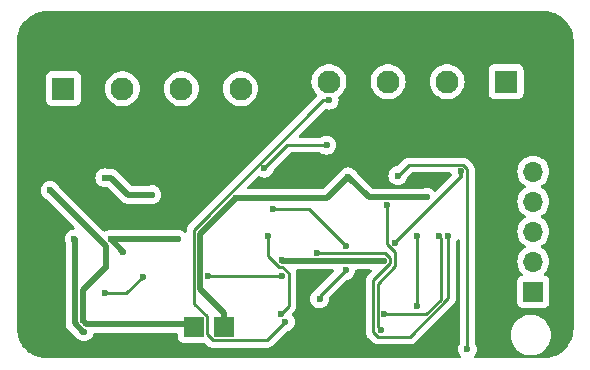
<source format=gbr>
%TF.GenerationSoftware,KiCad,Pcbnew,8.0.3*%
%TF.CreationDate,2024-08-07T15:39:48+03:00*%
%TF.ProjectId,Thermometer Schematic,54686572-6d6f-46d6-9574-657220536368,rev?*%
%TF.SameCoordinates,Original*%
%TF.FileFunction,Copper,L2,Bot*%
%TF.FilePolarity,Positive*%
%FSLAX46Y46*%
G04 Gerber Fmt 4.6, Leading zero omitted, Abs format (unit mm)*
G04 Created by KiCad (PCBNEW 8.0.3) date 2024-08-07 15:39:48*
%MOMM*%
%LPD*%
G01*
G04 APERTURE LIST*
%TA.AperFunction,ComponentPad*%
%ADD10R,1.700000X1.700000*%
%TD*%
%TA.AperFunction,ComponentPad*%
%ADD11R,1.950000X1.950000*%
%TD*%
%TA.AperFunction,ComponentPad*%
%ADD12C,1.950000*%
%TD*%
%TA.AperFunction,ComponentPad*%
%ADD13O,1.700000X1.700000*%
%TD*%
%TA.AperFunction,ViaPad*%
%ADD14C,0.600000*%
%TD*%
%TA.AperFunction,Conductor*%
%ADD15C,0.500000*%
%TD*%
%TA.AperFunction,Conductor*%
%ADD16C,0.250000*%
%TD*%
%TA.AperFunction,Conductor*%
%ADD17C,0.300000*%
%TD*%
G04 APERTURE END LIST*
D10*
%TO.P,J5,1,Pin_1*%
%TO.N,Vin*%
X93980000Y-103718000D03*
%TD*%
D11*
%TO.P,J4,1,1*%
%TO.N,/REF*%
X120421400Y-82931000D03*
D12*
%TO.P,J4,2,2*%
%TO.N,/RL3_SNR2*%
X115421400Y-82931000D03*
%TO.P,J4,3,3*%
%TO.N,/RL2_SNR2*%
X110421400Y-82931000D03*
%TO.P,J4,4,4*%
%TO.N,/RL1_SNR2*%
X105421400Y-82931000D03*
%TD*%
D11*
%TO.P,J3,1,1*%
%TO.N,/REF*%
X82934800Y-83515200D03*
D12*
%TO.P,J3,2,2*%
%TO.N,/RL3_SNR1*%
X87934800Y-83515200D03*
%TO.P,J3,3,3*%
%TO.N,/RL2_SNR1*%
X92934800Y-83515200D03*
%TO.P,J3,4,4*%
%TO.N,/RL1_SNR1*%
X97934800Y-83515200D03*
%TD*%
D10*
%TO.P,J6,1,Pin_1*%
%TO.N,GNDA*%
X96520000Y-103718000D03*
%TD*%
%TO.P,J2,1,Pin_1*%
%TO.N,Net-(J2-Pin_1)*%
X122720000Y-100710000D03*
D13*
%TO.P,J2,2,Pin_2*%
%TO.N,Net-(J2-Pin_2)*%
X122720000Y-98170000D03*
%TO.P,J2,3,Pin_3*%
%TO.N,Net-(J2-Pin_3)*%
X122720000Y-95630000D03*
%TO.P,J2,4,Pin_4*%
%TO.N,Net-(J2-Pin_4)*%
X122720000Y-93090000D03*
%TO.P,J2,5,Pin_5*%
%TO.N,Net-(J2-Pin_5)*%
X122720000Y-90550000D03*
%TD*%
D14*
%TO.N,GND*%
X80480000Y-97140000D03*
X80480000Y-101780000D03*
%TO.N,Vin*%
X84570000Y-103150000D03*
X86550000Y-98590000D03*
X81820000Y-92140000D03*
%TO.N,ADC AVDD*%
X86450000Y-91070000D03*
X110060000Y-98080000D03*
X90420000Y-92500000D03*
X101450000Y-98060000D03*
%TO.N,ADC IOVDD*%
X84690000Y-104090000D03*
X88000000Y-97310000D03*
X92610000Y-96260000D03*
X86950000Y-96260000D03*
X83860000Y-96250000D03*
%TO.N,/AIN2*%
X101320000Y-102630000D03*
X100289400Y-95980000D03*
%TO.N,Net-(U1-REGCAPD)*%
X101440000Y-99380000D03*
X95140000Y-99380000D03*
%TO.N,/AIN4*%
X112840000Y-96000000D03*
X112840000Y-101930000D03*
%TO.N,/AIN5*%
X114730000Y-96020000D03*
X110090000Y-102630000D03*
%TO.N,/REFIN1+*%
X117134400Y-105590000D03*
X111254100Y-90894300D03*
%TO.N,/REFIN1-*%
X110315100Y-93403300D03*
X109839100Y-103983900D03*
%TO.N,/RL1_SNR1*%
X106840000Y-98900000D03*
X104630000Y-101310000D03*
X106830000Y-96850000D03*
X100680000Y-93690000D03*
%TO.N,/RL1_SNR2*%
X101738200Y-103280000D03*
X105430000Y-84500000D03*
%TO.N,Net-(U2-ADJ)*%
X86420000Y-100850000D03*
X89670000Y-99450000D03*
%TO.N,/DOUT{slash}RDY*%
X116562200Y-90535100D03*
X111009300Y-96588400D03*
%TO.N,/DIN*%
X105220000Y-88300000D03*
X99954332Y-90244332D03*
%TO.N,/SCLK*%
X115540300Y-95979900D03*
X104431200Y-97397200D03*
%TO.N,GNDA*%
X97528200Y-92770000D03*
X113707000Y-92731400D03*
X107050000Y-90998400D03*
%TD*%
D15*
%TO.N,GND*%
X80480000Y-97140000D02*
X80480000Y-101780000D01*
%TO.N,Vin*%
X84570000Y-103150000D02*
X84570000Y-100570000D01*
X84570000Y-100570000D02*
X86550000Y-98590000D01*
X86550000Y-96870000D02*
X86550000Y-98590000D01*
X84570000Y-103150000D02*
X84560000Y-103160000D01*
X93702000Y-103440000D02*
X84860000Y-103440000D01*
X93980000Y-103718000D02*
X93702000Y-103440000D01*
X84860000Y-103440000D02*
X84570000Y-103150000D01*
X81820000Y-92140000D02*
X86550000Y-96870000D01*
%TO.N,ADC AVDD*%
X90420000Y-92500000D02*
X88420000Y-92500000D01*
X101450000Y-98060000D02*
X101430000Y-98080000D01*
X86990000Y-91070000D02*
X86450000Y-91070000D01*
X101470000Y-98080000D02*
X101450000Y-98060000D01*
X88420000Y-92500000D02*
X86990000Y-91070000D01*
X110060000Y-98080000D02*
X101470000Y-98080000D01*
%TO.N,ADC IOVDD*%
X92610000Y-96260000D02*
X86950000Y-96260000D01*
X83890000Y-96280000D02*
X83890000Y-103389000D01*
X83890000Y-103389000D02*
X84590800Y-104090000D01*
X88000000Y-97310000D02*
X86950000Y-96260000D01*
X83860000Y-96250000D02*
X83890000Y-96280000D01*
X84590800Y-104090000D02*
X84690000Y-104090000D01*
D16*
%TO.N,/AIN2*%
X101485400Y-98587900D02*
X102000600Y-99103100D01*
X100289400Y-97651400D02*
X101225900Y-98587900D01*
X100289400Y-95980000D02*
X100289400Y-97651400D01*
X102000600Y-101949400D02*
X101320000Y-102630000D01*
X101225900Y-98587900D02*
X101485400Y-98587900D01*
X102000600Y-99103100D02*
X102000600Y-101949400D01*
%TO.N,Net-(U1-REGCAPD)*%
X101440000Y-99380000D02*
X95280000Y-99380000D01*
X95280000Y-99380000D02*
X95140000Y-99380000D01*
X95140000Y-99380000D02*
X95280000Y-99380000D01*
%TO.N,/AIN4*%
X112840000Y-101930000D02*
X112840000Y-96000000D01*
%TO.N,/AIN5*%
X114910000Y-96200000D02*
X114730000Y-96020000D01*
X114910000Y-101390000D02*
X114910000Y-96200000D01*
X114730000Y-96020000D02*
X114710000Y-96030000D01*
X110090000Y-102630000D02*
X113670000Y-102630000D01*
X113670000Y-102630000D02*
X114910000Y-101390000D01*
%TO.N,/REFIN1+*%
X117134400Y-105590000D02*
X117134400Y-90342700D01*
X116781900Y-89990200D02*
X112158200Y-89990200D01*
X117134400Y-90342700D02*
X116781900Y-89990200D01*
X112158200Y-89990200D02*
X111254100Y-90894300D01*
%TO.N,/REFIN1-*%
X110315100Y-96639400D02*
X110315100Y-93403300D01*
X109839100Y-103983900D02*
X109563300Y-103708100D01*
X111024500Y-98575900D02*
X111024500Y-97348800D01*
X109563300Y-103708100D02*
X109563300Y-100037100D01*
X109563300Y-100037100D02*
X111024500Y-98575900D01*
X111024500Y-97348800D02*
X110315100Y-96639400D01*
%TO.N,/RL1_SNR1*%
X104630000Y-101110000D02*
X106840000Y-98900000D01*
X104630000Y-101310000D02*
X104630000Y-101110000D01*
X106830000Y-96850000D02*
X106850000Y-96850000D01*
X106850000Y-96850000D02*
X106850000Y-96850000D01*
X103690000Y-93690000D02*
X106830000Y-96830000D01*
X100680000Y-93690000D02*
X103690000Y-93690000D01*
X106830000Y-96830000D02*
X106830000Y-96850000D01*
X104630000Y-101310000D02*
X104660000Y-101270000D01*
%TO.N,/RL1_SNR2*%
X100186200Y-104832000D02*
X101738200Y-103280000D01*
X94000500Y-95455700D02*
X94000500Y-101717900D01*
X104956200Y-84500000D02*
X94000500Y-95455700D01*
X95575300Y-104832000D02*
X100186200Y-104832000D01*
X95056700Y-102774100D02*
X95056700Y-104313400D01*
X95056700Y-104313400D02*
X95575300Y-104832000D01*
X94000500Y-101717900D02*
X95056700Y-102774100D01*
X105430000Y-84500000D02*
X104956200Y-84500000D01*
%TO.N,Net-(U2-ADJ)*%
X88270000Y-100850000D02*
X89670000Y-99450000D01*
X86420000Y-100850000D02*
X88270000Y-100850000D01*
D17*
%TO.N,/DOUT{slash}RDY*%
X116562200Y-91035500D02*
X111009300Y-96588400D01*
X116562200Y-90535100D02*
X116562200Y-91035500D01*
D16*
%TO.N,/DIN*%
X101898664Y-88300000D02*
X105220000Y-88300000D01*
X99954332Y-90244332D02*
X101898664Y-88300000D01*
%TO.N,/SCLK*%
X112286900Y-104511500D02*
X109545000Y-104511500D01*
X115540300Y-95979900D02*
X115540300Y-101258100D01*
X110615100Y-98312700D02*
X110615100Y-97860700D01*
X109166100Y-104132600D02*
X109166100Y-99761700D01*
X110151600Y-97397200D02*
X104431200Y-97397200D01*
X110615100Y-97860700D02*
X110151600Y-97397200D01*
X115540300Y-101258100D02*
X112286900Y-104511500D01*
X109545000Y-104511500D02*
X109166100Y-104132600D01*
X109166100Y-99761700D02*
X110615100Y-98312700D01*
D15*
%TO.N,GNDA*%
X105278000Y-92770000D02*
X107050000Y-90998400D01*
X96520000Y-103718000D02*
X96520000Y-102493000D01*
X113707000Y-92731400D02*
X108783000Y-92731400D01*
X94487900Y-100460900D02*
X94487900Y-95810300D01*
X94487900Y-95810300D02*
X97528200Y-92770000D01*
X97528200Y-92770000D02*
X105278000Y-92770000D01*
X108783000Y-92731400D02*
X107050000Y-90998400D01*
X96520000Y-102493000D02*
X94487900Y-100460900D01*
%TD*%
%TA.AperFunction,Conductor*%
%TO.N,GND*%
G36*
X123633736Y-76965726D02*
G01*
X123923796Y-76983271D01*
X123938659Y-76985076D01*
X124220798Y-77036780D01*
X124235335Y-77040363D01*
X124509172Y-77125695D01*
X124523163Y-77131000D01*
X124784743Y-77248727D01*
X124797989Y-77255680D01*
X125043465Y-77404075D01*
X125055776Y-77412573D01*
X125281573Y-77589473D01*
X125292781Y-77599403D01*
X125495596Y-77802218D01*
X125505526Y-77813426D01*
X125625481Y-77966538D01*
X125682422Y-78039217D01*
X125690928Y-78051540D01*
X125839316Y-78297004D01*
X125846275Y-78310263D01*
X125963997Y-78571831D01*
X125969306Y-78585832D01*
X126054635Y-78859663D01*
X126058219Y-78874201D01*
X126109923Y-79156340D01*
X126111728Y-79171205D01*
X126129274Y-79461263D01*
X126129500Y-79468750D01*
X126129500Y-103841249D01*
X126129274Y-103848736D01*
X126111728Y-104138794D01*
X126109923Y-104153659D01*
X126058219Y-104435798D01*
X126054635Y-104450336D01*
X125969306Y-104724167D01*
X125963997Y-104738168D01*
X125846275Y-104999736D01*
X125839316Y-105012995D01*
X125690928Y-105258459D01*
X125682422Y-105270782D01*
X125505526Y-105496573D01*
X125495596Y-105507781D01*
X125292781Y-105710596D01*
X125281573Y-105720526D01*
X125055782Y-105897422D01*
X125043459Y-105905928D01*
X124797995Y-106054316D01*
X124784736Y-106061275D01*
X124523168Y-106178997D01*
X124509167Y-106184306D01*
X124235336Y-106269635D01*
X124220798Y-106273219D01*
X123938659Y-106324923D01*
X123923794Y-106326728D01*
X123633736Y-106344274D01*
X123626249Y-106344500D01*
X117811340Y-106344500D01*
X117744301Y-106324815D01*
X117698546Y-106272011D01*
X117688602Y-106202853D01*
X117717627Y-106139297D01*
X117723659Y-106132819D01*
X117764216Y-106092262D01*
X117860189Y-105939522D01*
X117919768Y-105769255D01*
X117919769Y-105769249D01*
X117939965Y-105590003D01*
X117939965Y-105589996D01*
X117919769Y-105410750D01*
X117919768Y-105410745D01*
X117911219Y-105386313D01*
X117860189Y-105240478D01*
X117854063Y-105230729D01*
X117778906Y-105111117D01*
X117759900Y-105045145D01*
X117759900Y-104389995D01*
X120804732Y-104389995D01*
X120804732Y-104390004D01*
X120823777Y-104644154D01*
X120876550Y-104875369D01*
X120880492Y-104892637D01*
X120973607Y-105129888D01*
X121101041Y-105350612D01*
X121259950Y-105549877D01*
X121446783Y-105723232D01*
X121657366Y-105866805D01*
X121657371Y-105866807D01*
X121657372Y-105866808D01*
X121657373Y-105866809D01*
X121779328Y-105925538D01*
X121886992Y-105977387D01*
X121886993Y-105977387D01*
X121886996Y-105977389D01*
X122130542Y-106052513D01*
X122382565Y-106090500D01*
X122637435Y-106090500D01*
X122889458Y-106052513D01*
X123133004Y-105977389D01*
X123362634Y-105866805D01*
X123573217Y-105723232D01*
X123760050Y-105549877D01*
X123918959Y-105350612D01*
X124046393Y-105129888D01*
X124139508Y-104892637D01*
X124196222Y-104644157D01*
X124215268Y-104390000D01*
X124210700Y-104329049D01*
X124196222Y-104135845D01*
X124195803Y-104134011D01*
X124139508Y-103887363D01*
X124046393Y-103650112D01*
X123918959Y-103429388D01*
X123760050Y-103230123D01*
X123573217Y-103056768D01*
X123362634Y-102913195D01*
X123362630Y-102913193D01*
X123362627Y-102913191D01*
X123362626Y-102913190D01*
X123133006Y-102802612D01*
X123133008Y-102802612D01*
X122889466Y-102727489D01*
X122889462Y-102727488D01*
X122889458Y-102727487D01*
X122768231Y-102709214D01*
X122637440Y-102689500D01*
X122637435Y-102689500D01*
X122382565Y-102689500D01*
X122382559Y-102689500D01*
X122225609Y-102713157D01*
X122130542Y-102727487D01*
X122130539Y-102727488D01*
X122130533Y-102727489D01*
X121886992Y-102802612D01*
X121657373Y-102913190D01*
X121657372Y-102913191D01*
X121446782Y-103056768D01*
X121259952Y-103230121D01*
X121259950Y-103230123D01*
X121101041Y-103429388D01*
X120973608Y-103650109D01*
X120880492Y-103887362D01*
X120880490Y-103887369D01*
X120823777Y-104135845D01*
X120804732Y-104389995D01*
X117759900Y-104389995D01*
X117759900Y-90549999D01*
X121364341Y-90549999D01*
X121364341Y-90550000D01*
X121384936Y-90785403D01*
X121384938Y-90785413D01*
X121446094Y-91013655D01*
X121446096Y-91013659D01*
X121446097Y-91013663D01*
X121474026Y-91073556D01*
X121545965Y-91227830D01*
X121545967Y-91227834D01*
X121634751Y-91354630D01*
X121680189Y-91419522D01*
X121681501Y-91421395D01*
X121681506Y-91421402D01*
X121848597Y-91588493D01*
X121848603Y-91588498D01*
X122034158Y-91718425D01*
X122077783Y-91773002D01*
X122084977Y-91842500D01*
X122053454Y-91904855D01*
X122034158Y-91921575D01*
X121848597Y-92051505D01*
X121681505Y-92218597D01*
X121545965Y-92412169D01*
X121545964Y-92412171D01*
X121446098Y-92626335D01*
X121446094Y-92626344D01*
X121384938Y-92854586D01*
X121384936Y-92854596D01*
X121364341Y-93089999D01*
X121364341Y-93090000D01*
X121384936Y-93325403D01*
X121384938Y-93325413D01*
X121446094Y-93553655D01*
X121446096Y-93553659D01*
X121446097Y-93553663D01*
X121500746Y-93670858D01*
X121545965Y-93767830D01*
X121545967Y-93767834D01*
X121681501Y-93961395D01*
X121681506Y-93961402D01*
X121848597Y-94128493D01*
X121848603Y-94128498D01*
X122034158Y-94258425D01*
X122077783Y-94313002D01*
X122084977Y-94382500D01*
X122053454Y-94444855D01*
X122034158Y-94461575D01*
X121848597Y-94591505D01*
X121681505Y-94758597D01*
X121545965Y-94952169D01*
X121545964Y-94952171D01*
X121446098Y-95166335D01*
X121446094Y-95166344D01*
X121384938Y-95394586D01*
X121384936Y-95394596D01*
X121364341Y-95629999D01*
X121364341Y-95630000D01*
X121384936Y-95865403D01*
X121384938Y-95865413D01*
X121446094Y-96093655D01*
X121446096Y-96093659D01*
X121446097Y-96093663D01*
X121518998Y-96250000D01*
X121545965Y-96307830D01*
X121545967Y-96307834D01*
X121681501Y-96501395D01*
X121681506Y-96501402D01*
X121848597Y-96668493D01*
X121848603Y-96668498D01*
X122034158Y-96798425D01*
X122077783Y-96853002D01*
X122084977Y-96922500D01*
X122053454Y-96984855D01*
X122034158Y-97001575D01*
X121848597Y-97131505D01*
X121681505Y-97298597D01*
X121545965Y-97492169D01*
X121545964Y-97492171D01*
X121446098Y-97706335D01*
X121446094Y-97706344D01*
X121384938Y-97934586D01*
X121384936Y-97934596D01*
X121364341Y-98169999D01*
X121364341Y-98170000D01*
X121384936Y-98405403D01*
X121384938Y-98405413D01*
X121446094Y-98633655D01*
X121446096Y-98633659D01*
X121446097Y-98633663D01*
X121509838Y-98770356D01*
X121545965Y-98847830D01*
X121545967Y-98847834D01*
X121615921Y-98947738D01*
X121681501Y-99041396D01*
X121681506Y-99041402D01*
X121803430Y-99163326D01*
X121836915Y-99224649D01*
X121831931Y-99294341D01*
X121790059Y-99350274D01*
X121759083Y-99367189D01*
X121627669Y-99416203D01*
X121627664Y-99416206D01*
X121512455Y-99502452D01*
X121512452Y-99502455D01*
X121426206Y-99617664D01*
X121426202Y-99617671D01*
X121375908Y-99752517D01*
X121370855Y-99799522D01*
X121369501Y-99812123D01*
X121369500Y-99812135D01*
X121369500Y-101607870D01*
X121369501Y-101607876D01*
X121375908Y-101667483D01*
X121426202Y-101802328D01*
X121426206Y-101802335D01*
X121512452Y-101917544D01*
X121512455Y-101917547D01*
X121627664Y-102003793D01*
X121627671Y-102003797D01*
X121762517Y-102054091D01*
X121762516Y-102054091D01*
X121769444Y-102054835D01*
X121822127Y-102060500D01*
X123617872Y-102060499D01*
X123677483Y-102054091D01*
X123812331Y-102003796D01*
X123927546Y-101917546D01*
X124013796Y-101802331D01*
X124064091Y-101667483D01*
X124070500Y-101607873D01*
X124070499Y-99812128D01*
X124064091Y-99752517D01*
X124042836Y-99695530D01*
X124013797Y-99617671D01*
X124013793Y-99617664D01*
X123927547Y-99502455D01*
X123927544Y-99502452D01*
X123812335Y-99416206D01*
X123812328Y-99416202D01*
X123680917Y-99367189D01*
X123624983Y-99325318D01*
X123600566Y-99259853D01*
X123615418Y-99191580D01*
X123636563Y-99163332D01*
X123758495Y-99041401D01*
X123894035Y-98847830D01*
X123993903Y-98633663D01*
X124055063Y-98405408D01*
X124075659Y-98170000D01*
X124055063Y-97934592D01*
X123993903Y-97706337D01*
X123894035Y-97492171D01*
X123891994Y-97489255D01*
X123758494Y-97298597D01*
X123591402Y-97131506D01*
X123591396Y-97131501D01*
X123405842Y-97001575D01*
X123362217Y-96946998D01*
X123355023Y-96877500D01*
X123386546Y-96815145D01*
X123405842Y-96798425D01*
X123460013Y-96760494D01*
X123591401Y-96668495D01*
X123758495Y-96501401D01*
X123894035Y-96307830D01*
X123993903Y-96093663D01*
X124055063Y-95865408D01*
X124075659Y-95630000D01*
X124055063Y-95394592D01*
X124001458Y-95194532D01*
X123993905Y-95166344D01*
X123993904Y-95166343D01*
X123993903Y-95166337D01*
X123894035Y-94952171D01*
X123758495Y-94758599D01*
X123758494Y-94758597D01*
X123591402Y-94591506D01*
X123591396Y-94591501D01*
X123405842Y-94461575D01*
X123362217Y-94406998D01*
X123355023Y-94337500D01*
X123386546Y-94275145D01*
X123405842Y-94258425D01*
X123500332Y-94192262D01*
X123591401Y-94128495D01*
X123758495Y-93961401D01*
X123894035Y-93767830D01*
X123993903Y-93553663D01*
X124055063Y-93325408D01*
X124075659Y-93090000D01*
X124055063Y-92854592D01*
X123993903Y-92626337D01*
X123894035Y-92412171D01*
X123813950Y-92297796D01*
X123758494Y-92218597D01*
X123591402Y-92051506D01*
X123591396Y-92051501D01*
X123405842Y-91921575D01*
X123362217Y-91866998D01*
X123355023Y-91797500D01*
X123386546Y-91735145D01*
X123405842Y-91718425D01*
X123461191Y-91679669D01*
X123591401Y-91588495D01*
X123758495Y-91421401D01*
X123894035Y-91227830D01*
X123993903Y-91013663D01*
X124055063Y-90785408D01*
X124075659Y-90550000D01*
X124055063Y-90314592D01*
X123993903Y-90086337D01*
X123894035Y-89872171D01*
X123883300Y-89856839D01*
X123758494Y-89678597D01*
X123591402Y-89511506D01*
X123591395Y-89511501D01*
X123581172Y-89504343D01*
X123483409Y-89435888D01*
X123397832Y-89375966D01*
X123373672Y-89364700D01*
X123183663Y-89276097D01*
X123183659Y-89276096D01*
X123183655Y-89276094D01*
X122955413Y-89214938D01*
X122955403Y-89214936D01*
X122720001Y-89194341D01*
X122719999Y-89194341D01*
X122484596Y-89214936D01*
X122484586Y-89214938D01*
X122256344Y-89276094D01*
X122256335Y-89276098D01*
X122042170Y-89375965D01*
X121848597Y-89511505D01*
X121681505Y-89678597D01*
X121545965Y-89872169D01*
X121545964Y-89872171D01*
X121446098Y-90086335D01*
X121446094Y-90086344D01*
X121384938Y-90314586D01*
X121384936Y-90314596D01*
X121364341Y-90549999D01*
X117759900Y-90549999D01*
X117759900Y-90281098D01*
X117759900Y-90281094D01*
X117759898Y-90281083D01*
X117759034Y-90276738D01*
X117759032Y-90276732D01*
X117738330Y-90172651D01*
X117738330Y-90172650D01*
X117737713Y-90169550D01*
X117735863Y-90160248D01*
X117688711Y-90046414D01*
X117688710Y-90046413D01*
X117688707Y-90046407D01*
X117620258Y-89943967D01*
X117620255Y-89943963D01*
X117530037Y-89853745D01*
X117530006Y-89853716D01*
X117272098Y-89595808D01*
X117272078Y-89595786D01*
X117180633Y-89504341D01*
X117129409Y-89470115D01*
X117078187Y-89435889D01*
X117078186Y-89435888D01*
X117078183Y-89435886D01*
X117078180Y-89435885D01*
X116997692Y-89402547D01*
X116964354Y-89388738D01*
X116964356Y-89388738D01*
X116964352Y-89388737D01*
X116964349Y-89388736D01*
X116964345Y-89388735D01*
X116900148Y-89375965D01*
X116900141Y-89375965D01*
X116843507Y-89364700D01*
X116843506Y-89364700D01*
X112219806Y-89364700D01*
X112096593Y-89364700D01*
X112096588Y-89364700D01*
X111975755Y-89388735D01*
X111975747Y-89388737D01*
X111861916Y-89435887D01*
X111759465Y-89504342D01*
X111759462Y-89504345D01*
X111195721Y-90068087D01*
X111134398Y-90101572D01*
X111121925Y-90103626D01*
X111074850Y-90108930D01*
X110904578Y-90168510D01*
X110751837Y-90264484D01*
X110624284Y-90392037D01*
X110528311Y-90544776D01*
X110468731Y-90715045D01*
X110468730Y-90715050D01*
X110448535Y-90894296D01*
X110448535Y-90894303D01*
X110468730Y-91073549D01*
X110468731Y-91073554D01*
X110528311Y-91243823D01*
X110624284Y-91396562D01*
X110751838Y-91524116D01*
X110904578Y-91620089D01*
X111074845Y-91679668D01*
X111074850Y-91679669D01*
X111254096Y-91699865D01*
X111254100Y-91699865D01*
X111254104Y-91699865D01*
X111433349Y-91679669D01*
X111433352Y-91679668D01*
X111433355Y-91679668D01*
X111603622Y-91620089D01*
X111756362Y-91524116D01*
X111883916Y-91396562D01*
X111979889Y-91243822D01*
X112039468Y-91073555D01*
X112044772Y-91026473D01*
X112071837Y-90962063D01*
X112080290Y-90952698D01*
X112380973Y-90652017D01*
X112442296Y-90618534D01*
X112468653Y-90615700D01*
X115655427Y-90615700D01*
X115722466Y-90635385D01*
X115768221Y-90688189D01*
X115776317Y-90712103D01*
X115776830Y-90714354D01*
X115799458Y-90779021D01*
X115803019Y-90848800D01*
X115770097Y-90907655D01*
X114480396Y-92197356D01*
X114419073Y-92230841D01*
X114349381Y-92225857D01*
X114305034Y-92197356D01*
X114209262Y-92101584D01*
X114056523Y-92005611D01*
X113886254Y-91946031D01*
X113886249Y-91946030D01*
X113707004Y-91925835D01*
X113706996Y-91925835D01*
X113527750Y-91946030D01*
X113527745Y-91946031D01*
X113447983Y-91973942D01*
X113407028Y-91980900D01*
X109145229Y-91980900D01*
X109078190Y-91961215D01*
X109057548Y-91944581D01*
X108447402Y-91334435D01*
X107803305Y-90690337D01*
X107780656Y-90654264D01*
X107778812Y-90655153D01*
X107775792Y-90648883D01*
X107767311Y-90635385D01*
X107679816Y-90496138D01*
X107552262Y-90368584D01*
X107496253Y-90333391D01*
X107399523Y-90272611D01*
X107229254Y-90213031D01*
X107229249Y-90213030D01*
X107050004Y-90192835D01*
X107049996Y-90192835D01*
X106870750Y-90213030D01*
X106870745Y-90213031D01*
X106700476Y-90272611D01*
X106547737Y-90368584D01*
X106420184Y-90496137D01*
X106324212Y-90648875D01*
X106321191Y-90655150D01*
X106319344Y-90654260D01*
X106296711Y-90690269D01*
X105003498Y-91983191D01*
X104942171Y-92016669D01*
X104915827Y-92019500D01*
X98620652Y-92019500D01*
X98553613Y-91999815D01*
X98507858Y-91947011D01*
X98497914Y-91877853D01*
X98526939Y-91814297D01*
X98532971Y-91807819D01*
X98944228Y-91396562D01*
X99391097Y-90949692D01*
X99452418Y-90916209D01*
X99522109Y-90921193D01*
X99544749Y-90932382D01*
X99604807Y-90970120D01*
X99775077Y-91029700D01*
X99775082Y-91029701D01*
X99954328Y-91049897D01*
X99954332Y-91049897D01*
X99954336Y-91049897D01*
X100133581Y-91029701D01*
X100133584Y-91029700D01*
X100133587Y-91029700D01*
X100303854Y-90970121D01*
X100456594Y-90874148D01*
X100584148Y-90746594D01*
X100680121Y-90593854D01*
X100739700Y-90423587D01*
X100745004Y-90376505D01*
X100772069Y-90312095D01*
X100780533Y-90302719D01*
X102121436Y-88961819D01*
X102182759Y-88928334D01*
X102209117Y-88925500D01*
X104675145Y-88925500D01*
X104741116Y-88944505D01*
X104870478Y-89025789D01*
X105040745Y-89085368D01*
X105040750Y-89085369D01*
X105219996Y-89105565D01*
X105220000Y-89105565D01*
X105220004Y-89105565D01*
X105399249Y-89085369D01*
X105399252Y-89085368D01*
X105399255Y-89085368D01*
X105569522Y-89025789D01*
X105722262Y-88929816D01*
X105849816Y-88802262D01*
X105945789Y-88649522D01*
X106005368Y-88479255D01*
X106025565Y-88300000D01*
X106005368Y-88120745D01*
X105945789Y-87950478D01*
X105849816Y-87797738D01*
X105722262Y-87670184D01*
X105698883Y-87655494D01*
X105569523Y-87574211D01*
X105399254Y-87514631D01*
X105399249Y-87514630D01*
X105220004Y-87494435D01*
X105219996Y-87494435D01*
X105040750Y-87514630D01*
X105040745Y-87514631D01*
X104870476Y-87574211D01*
X104741117Y-87655494D01*
X104675145Y-87674500D01*
X102965653Y-87674500D01*
X102898614Y-87654815D01*
X102852859Y-87602011D01*
X102842915Y-87532853D01*
X102871940Y-87469297D01*
X102877972Y-87462819D01*
X103047923Y-87292867D01*
X105050959Y-85289830D01*
X105112280Y-85256347D01*
X105179592Y-85260471D01*
X105250742Y-85285367D01*
X105250745Y-85285368D01*
X105250746Y-85285368D01*
X105250750Y-85285369D01*
X105429996Y-85305565D01*
X105430000Y-85305565D01*
X105430004Y-85305565D01*
X105609249Y-85285369D01*
X105609252Y-85285368D01*
X105609255Y-85285368D01*
X105779522Y-85225789D01*
X105932262Y-85129816D01*
X106059816Y-85002262D01*
X106155789Y-84849522D01*
X106215368Y-84679255D01*
X106215369Y-84679249D01*
X106235565Y-84500003D01*
X106235565Y-84499996D01*
X106215369Y-84320750D01*
X106215366Y-84320737D01*
X106206852Y-84296405D01*
X106203290Y-84226626D01*
X106238018Y-84165999D01*
X106247731Y-84157597D01*
X106278164Y-84133910D01*
X106424154Y-84020281D01*
X106589768Y-83840377D01*
X106723511Y-83635667D01*
X106821736Y-83411736D01*
X106881764Y-83174692D01*
X106901957Y-82931000D01*
X106901957Y-82930994D01*
X108940843Y-82930994D01*
X108940843Y-82931005D01*
X108961034Y-83174683D01*
X108961036Y-83174695D01*
X109021063Y-83411734D01*
X109119288Y-83635666D01*
X109253032Y-83840378D01*
X109418642Y-84020277D01*
X109418652Y-84020286D01*
X109611608Y-84170470D01*
X109611612Y-84170473D01*
X109783597Y-84263547D01*
X109826667Y-84286855D01*
X109826670Y-84286856D01*
X110057941Y-84366251D01*
X110057943Y-84366251D01*
X110057945Y-84366252D01*
X110299137Y-84406500D01*
X110299138Y-84406500D01*
X110543662Y-84406500D01*
X110543663Y-84406500D01*
X110784855Y-84366252D01*
X111016133Y-84286855D01*
X111231188Y-84170473D01*
X111424154Y-84020281D01*
X111589768Y-83840377D01*
X111723511Y-83635667D01*
X111821736Y-83411736D01*
X111881764Y-83174692D01*
X111901957Y-82931000D01*
X111901957Y-82930994D01*
X113940843Y-82930994D01*
X113940843Y-82931005D01*
X113961034Y-83174683D01*
X113961036Y-83174695D01*
X114021063Y-83411734D01*
X114119288Y-83635666D01*
X114253032Y-83840378D01*
X114418642Y-84020277D01*
X114418652Y-84020286D01*
X114611608Y-84170470D01*
X114611612Y-84170473D01*
X114783597Y-84263547D01*
X114826667Y-84286855D01*
X114826670Y-84286856D01*
X115057941Y-84366251D01*
X115057943Y-84366251D01*
X115057945Y-84366252D01*
X115299137Y-84406500D01*
X115299138Y-84406500D01*
X115543662Y-84406500D01*
X115543663Y-84406500D01*
X115784855Y-84366252D01*
X116016133Y-84286855D01*
X116231188Y-84170473D01*
X116424154Y-84020281D01*
X116589768Y-83840377D01*
X116723511Y-83635667D01*
X116821736Y-83411736D01*
X116881764Y-83174692D01*
X116901957Y-82931000D01*
X116881764Y-82687308D01*
X116821736Y-82450264D01*
X116723511Y-82226333D01*
X116679746Y-82159345D01*
X116589767Y-82021621D01*
X116485295Y-81908135D01*
X118945900Y-81908135D01*
X118945900Y-83953870D01*
X118945901Y-83953876D01*
X118952308Y-84013483D01*
X119002602Y-84148328D01*
X119002606Y-84148335D01*
X119088852Y-84263544D01*
X119088855Y-84263547D01*
X119204064Y-84349793D01*
X119204071Y-84349797D01*
X119338917Y-84400091D01*
X119338916Y-84400091D01*
X119345844Y-84400835D01*
X119398527Y-84406500D01*
X121444272Y-84406499D01*
X121503883Y-84400091D01*
X121638731Y-84349796D01*
X121753946Y-84263546D01*
X121840196Y-84148331D01*
X121890491Y-84013483D01*
X121896900Y-83953873D01*
X121896899Y-81908128D01*
X121890491Y-81848517D01*
X121887953Y-81841713D01*
X121840197Y-81713671D01*
X121840193Y-81713664D01*
X121753947Y-81598455D01*
X121753944Y-81598452D01*
X121638735Y-81512206D01*
X121638728Y-81512202D01*
X121503882Y-81461908D01*
X121503883Y-81461908D01*
X121444283Y-81455501D01*
X121444281Y-81455500D01*
X121444273Y-81455500D01*
X121444264Y-81455500D01*
X119398529Y-81455500D01*
X119398523Y-81455501D01*
X119338916Y-81461908D01*
X119204071Y-81512202D01*
X119204064Y-81512206D01*
X119088855Y-81598452D01*
X119088852Y-81598455D01*
X119002606Y-81713664D01*
X119002602Y-81713671D01*
X118952308Y-81848517D01*
X118945901Y-81908116D01*
X118945901Y-81908123D01*
X118945900Y-81908135D01*
X116485295Y-81908135D01*
X116424157Y-81841722D01*
X116424147Y-81841713D01*
X116231191Y-81691529D01*
X116231187Y-81691526D01*
X116016134Y-81575145D01*
X116016129Y-81575143D01*
X115784858Y-81495748D01*
X115582064Y-81461908D01*
X115543663Y-81455500D01*
X115299137Y-81455500D01*
X115260736Y-81461908D01*
X115057941Y-81495748D01*
X114826670Y-81575143D01*
X114826665Y-81575145D01*
X114611612Y-81691526D01*
X114611608Y-81691529D01*
X114418652Y-81841713D01*
X114418642Y-81841722D01*
X114253032Y-82021621D01*
X114119288Y-82226333D01*
X114021063Y-82450265D01*
X113961036Y-82687304D01*
X113961034Y-82687316D01*
X113940843Y-82930994D01*
X111901957Y-82930994D01*
X111881764Y-82687308D01*
X111821736Y-82450264D01*
X111723511Y-82226333D01*
X111679746Y-82159345D01*
X111589767Y-82021621D01*
X111424157Y-81841722D01*
X111424147Y-81841713D01*
X111231191Y-81691529D01*
X111231187Y-81691526D01*
X111016134Y-81575145D01*
X111016129Y-81575143D01*
X110784858Y-81495748D01*
X110582064Y-81461908D01*
X110543663Y-81455500D01*
X110299137Y-81455500D01*
X110260736Y-81461908D01*
X110057941Y-81495748D01*
X109826670Y-81575143D01*
X109826665Y-81575145D01*
X109611612Y-81691526D01*
X109611608Y-81691529D01*
X109418652Y-81841713D01*
X109418642Y-81841722D01*
X109253032Y-82021621D01*
X109119288Y-82226333D01*
X109021063Y-82450265D01*
X108961036Y-82687304D01*
X108961034Y-82687316D01*
X108940843Y-82930994D01*
X106901957Y-82930994D01*
X106881764Y-82687308D01*
X106821736Y-82450264D01*
X106723511Y-82226333D01*
X106679746Y-82159345D01*
X106589767Y-82021621D01*
X106424157Y-81841722D01*
X106424147Y-81841713D01*
X106231191Y-81691529D01*
X106231187Y-81691526D01*
X106016134Y-81575145D01*
X106016129Y-81575143D01*
X105784858Y-81495748D01*
X105582064Y-81461908D01*
X105543663Y-81455500D01*
X105299137Y-81455500D01*
X105260736Y-81461908D01*
X105057941Y-81495748D01*
X104826670Y-81575143D01*
X104826665Y-81575145D01*
X104611612Y-81691526D01*
X104611608Y-81691529D01*
X104418652Y-81841713D01*
X104418642Y-81841722D01*
X104253032Y-82021621D01*
X104119288Y-82226333D01*
X104021063Y-82450265D01*
X103961036Y-82687304D01*
X103961034Y-82687316D01*
X103940843Y-82930994D01*
X103940843Y-82931005D01*
X103961034Y-83174683D01*
X103961036Y-83174695D01*
X104021063Y-83411734D01*
X104119288Y-83635666D01*
X104253032Y-83840378D01*
X104401661Y-84001830D01*
X104432584Y-84064484D01*
X104424724Y-84133910D01*
X104398113Y-84173494D01*
X93601769Y-94969840D01*
X93514644Y-95056964D01*
X93514638Y-95056972D01*
X93446190Y-95159408D01*
X93446188Y-95159413D01*
X93418049Y-95227348D01*
X93399037Y-95273245D01*
X93399037Y-95273248D01*
X93394867Y-95294211D01*
X93376353Y-95387296D01*
X93376351Y-95387303D01*
X93375001Y-95394086D01*
X93375000Y-95394099D01*
X93375000Y-95593560D01*
X93355315Y-95660599D01*
X93302511Y-95706354D01*
X93233353Y-95716298D01*
X93169797Y-95687273D01*
X93163319Y-95681241D01*
X93112262Y-95630184D01*
X92959523Y-95534211D01*
X92789254Y-95474631D01*
X92789249Y-95474630D01*
X92610004Y-95454435D01*
X92609996Y-95454435D01*
X92430750Y-95474630D01*
X92430745Y-95474631D01*
X92350983Y-95502542D01*
X92310028Y-95509500D01*
X87249972Y-95509500D01*
X87209017Y-95502542D01*
X87129254Y-95474631D01*
X87129249Y-95474630D01*
X86950004Y-95454435D01*
X86949996Y-95454435D01*
X86770750Y-95474630D01*
X86770745Y-95474631D01*
X86600476Y-95534211D01*
X86484679Y-95606972D01*
X86417442Y-95625972D01*
X86350607Y-95605604D01*
X86331026Y-95589659D01*
X82573307Y-91831940D01*
X82550651Y-91795867D01*
X82548811Y-91796754D01*
X82545789Y-91790478D01*
X82488822Y-91699816D01*
X82449816Y-91637738D01*
X82322262Y-91510184D01*
X82169523Y-91414211D01*
X81999254Y-91354631D01*
X81999249Y-91354630D01*
X81820004Y-91334435D01*
X81819996Y-91334435D01*
X81640750Y-91354630D01*
X81640745Y-91354631D01*
X81470476Y-91414211D01*
X81317737Y-91510184D01*
X81190184Y-91637737D01*
X81094211Y-91790476D01*
X81034631Y-91960745D01*
X81034630Y-91960750D01*
X81014435Y-92139996D01*
X81014435Y-92140003D01*
X81034630Y-92319249D01*
X81034631Y-92319254D01*
X81094211Y-92489523D01*
X81180176Y-92626335D01*
X81190184Y-92642262D01*
X81317738Y-92769816D01*
X81470478Y-92865789D01*
X81476754Y-92868811D01*
X81475867Y-92870651D01*
X81511940Y-92893307D01*
X83860432Y-95241799D01*
X83893917Y-95303122D01*
X83888933Y-95372814D01*
X83847061Y-95428747D01*
X83786635Y-95452700D01*
X83680749Y-95464630D01*
X83680745Y-95464631D01*
X83510476Y-95524211D01*
X83357737Y-95620184D01*
X83230184Y-95747737D01*
X83134211Y-95900476D01*
X83074631Y-96070745D01*
X83074630Y-96070750D01*
X83054435Y-96249996D01*
X83054435Y-96250003D01*
X83074630Y-96429249D01*
X83074633Y-96429262D01*
X83132541Y-96594749D01*
X83139500Y-96635704D01*
X83139500Y-103392430D01*
X83139489Y-103462815D01*
X83139500Y-103462922D01*
X83153878Y-103535200D01*
X83153880Y-103535220D01*
X83153882Y-103535220D01*
X83168308Y-103607802D01*
X83168342Y-103607914D01*
X83195331Y-103673070D01*
X83195334Y-103673088D01*
X83195338Y-103673087D01*
X83224870Y-103744412D01*
X83224909Y-103744484D01*
X83224915Y-103744493D01*
X83224916Y-103744495D01*
X83264233Y-103803337D01*
X83264238Y-103803353D01*
X83264242Y-103803351D01*
X83306986Y-103867342D01*
X83307036Y-103867403D01*
X83356200Y-103916567D01*
X83356209Y-103916583D01*
X83356213Y-103916580D01*
X84003463Y-104564014D01*
X84003622Y-104564190D01*
X84031695Y-104592262D01*
X84057891Y-104618458D01*
X84112301Y-104672883D01*
X84112304Y-104672885D01*
X84112390Y-104672956D01*
X84175410Y-104715063D01*
X84175422Y-104715077D01*
X84175425Y-104715074D01*
X84199755Y-104731335D01*
X84235211Y-104755033D01*
X84235212Y-104755033D01*
X84235213Y-104755034D01*
X84235299Y-104755080D01*
X84235305Y-104755084D01*
X84235311Y-104755086D01*
X84235312Y-104755087D01*
X84250763Y-104761487D01*
X84269286Y-104771056D01*
X84340475Y-104815788D01*
X84510745Y-104875368D01*
X84510750Y-104875369D01*
X84689996Y-104895565D01*
X84690000Y-104895565D01*
X84690004Y-104895565D01*
X84869249Y-104875369D01*
X84869252Y-104875368D01*
X84869255Y-104875368D01*
X85039522Y-104815789D01*
X85192262Y-104719816D01*
X85319816Y-104592262D01*
X85415789Y-104439522D01*
X85473867Y-104273545D01*
X85514589Y-104216769D01*
X85579542Y-104191022D01*
X85590909Y-104190500D01*
X92505501Y-104190500D01*
X92572540Y-104210185D01*
X92618295Y-104262989D01*
X92629501Y-104314500D01*
X92629501Y-104615876D01*
X92635908Y-104675483D01*
X92686202Y-104810328D01*
X92686206Y-104810335D01*
X92772452Y-104925544D01*
X92772455Y-104925547D01*
X92887664Y-105011793D01*
X92887671Y-105011797D01*
X93022517Y-105062091D01*
X93022516Y-105062091D01*
X93029444Y-105062835D01*
X93082127Y-105068500D01*
X94875847Y-105068499D01*
X94942886Y-105088184D01*
X94963528Y-105104818D01*
X95086316Y-105227606D01*
X95086345Y-105227637D01*
X95176564Y-105317856D01*
X95176567Y-105317858D01*
X95214886Y-105343462D01*
X95279014Y-105386312D01*
X95338002Y-105410745D01*
X95392848Y-105433463D01*
X95453271Y-105445481D01*
X95513693Y-105457500D01*
X100247807Y-105457500D01*
X100308229Y-105445481D01*
X100368652Y-105433463D01*
X100423498Y-105410745D01*
X100482486Y-105386312D01*
X100546614Y-105343462D01*
X100584933Y-105317858D01*
X100672058Y-105230733D01*
X100672058Y-105230731D01*
X100682266Y-105220524D01*
X100682267Y-105220521D01*
X101796580Y-104106209D01*
X101857901Y-104072726D01*
X101870358Y-104070674D01*
X101917455Y-104065368D01*
X102087722Y-104005789D01*
X102240462Y-103909816D01*
X102368016Y-103782262D01*
X102463989Y-103629522D01*
X102523568Y-103459255D01*
X102530566Y-103397147D01*
X102543765Y-103280003D01*
X102543765Y-103279996D01*
X102523569Y-103100750D01*
X102523568Y-103100745D01*
X102508180Y-103056768D01*
X102463989Y-102930478D01*
X102453129Y-102913195D01*
X102387819Y-102809254D01*
X102368016Y-102777738D01*
X102300114Y-102709836D01*
X102266629Y-102648513D01*
X102271613Y-102578821D01*
X102300112Y-102534476D01*
X102399329Y-102435260D01*
X102399333Y-102435258D01*
X102486458Y-102348133D01*
X102554911Y-102245686D01*
X102554912Y-102245685D01*
X102585169Y-102172637D01*
X102602063Y-102131852D01*
X102611891Y-102082439D01*
X102625207Y-102015499D01*
X102625209Y-102015499D01*
X102625209Y-102015484D01*
X102626100Y-102011007D01*
X102626100Y-101887793D01*
X102626100Y-99041494D01*
X102613608Y-98978690D01*
X102619835Y-98909100D01*
X102662698Y-98853923D01*
X102728588Y-98830678D01*
X102735225Y-98830500D01*
X105725548Y-98830500D01*
X105792587Y-98850185D01*
X105838342Y-98902989D01*
X105848286Y-98972147D01*
X105819261Y-99035703D01*
X105813229Y-99042181D01*
X104265390Y-100590018D01*
X104243682Y-100607330D01*
X104127741Y-100680181D01*
X104127739Y-100680182D01*
X104000184Y-100807737D01*
X103904211Y-100960476D01*
X103844631Y-101130745D01*
X103844630Y-101130750D01*
X103824435Y-101309996D01*
X103824435Y-101310003D01*
X103844630Y-101489249D01*
X103844631Y-101489254D01*
X103904211Y-101659523D01*
X103947551Y-101728497D01*
X104000184Y-101812262D01*
X104127738Y-101939816D01*
X104157946Y-101958797D01*
X104248186Y-102015499D01*
X104280478Y-102035789D01*
X104351098Y-102060500D01*
X104450745Y-102095368D01*
X104450750Y-102095369D01*
X104629996Y-102115565D01*
X104630000Y-102115565D01*
X104630004Y-102115565D01*
X104809249Y-102095369D01*
X104809252Y-102095368D01*
X104809255Y-102095368D01*
X104979522Y-102035789D01*
X105132262Y-101939816D01*
X105259816Y-101812262D01*
X105355789Y-101659522D01*
X105415368Y-101489255D01*
X105419627Y-101451462D01*
X105435565Y-101310002D01*
X105435565Y-101309999D01*
X105430000Y-101260615D01*
X105442054Y-101191793D01*
X105465536Y-101159052D01*
X106898379Y-99726209D01*
X106959700Y-99692726D01*
X106972156Y-99690674D01*
X107019255Y-99685368D01*
X107189522Y-99625789D01*
X107342262Y-99529816D01*
X107469816Y-99402262D01*
X107565789Y-99249522D01*
X107625368Y-99079255D01*
X107625369Y-99079249D01*
X107640989Y-98940617D01*
X107668055Y-98876203D01*
X107725650Y-98836648D01*
X107764209Y-98830500D01*
X108913348Y-98830500D01*
X108980387Y-98850185D01*
X109026142Y-98902989D01*
X109036086Y-98972147D01*
X109007061Y-99035703D01*
X109001035Y-99042174D01*
X108767369Y-99275840D01*
X108767367Y-99275842D01*
X108727420Y-99315789D01*
X108680240Y-99362968D01*
X108667365Y-99382239D01*
X108663253Y-99388393D01*
X108644671Y-99416203D01*
X108611784Y-99465420D01*
X108582211Y-99536817D01*
X108582212Y-99536818D01*
X108572920Y-99559252D01*
X108564638Y-99579247D01*
X108564637Y-99579248D01*
X108545337Y-99676283D01*
X108545336Y-99676287D01*
X108540600Y-99700093D01*
X108540600Y-104194207D01*
X108547825Y-104230536D01*
X108564635Y-104315045D01*
X108564636Y-104315049D01*
X108564637Y-104315052D01*
X108570435Y-104329049D01*
X108611788Y-104428886D01*
X108611789Y-104428888D01*
X108611790Y-104428889D01*
X108611790Y-104428890D01*
X108625825Y-104449894D01*
X108625826Y-104449895D01*
X108680240Y-104531331D01*
X108680241Y-104531332D01*
X108680242Y-104531333D01*
X108767367Y-104618458D01*
X108767368Y-104618458D01*
X108774435Y-104625525D01*
X108774434Y-104625525D01*
X108774438Y-104625528D01*
X109146263Y-104997355D01*
X109146267Y-104997358D01*
X109248710Y-105065809D01*
X109248711Y-105065809D01*
X109248715Y-105065812D01*
X109293591Y-105084400D01*
X109362548Y-105112963D01*
X109382597Y-105116951D01*
X109416196Y-105123634D01*
X109483392Y-105137001D01*
X109483394Y-105137001D01*
X109612721Y-105137001D01*
X109612741Y-105137000D01*
X112348507Y-105137000D01*
X112408929Y-105124981D01*
X112469352Y-105112963D01*
X112469355Y-105112961D01*
X112469358Y-105112961D01*
X112502687Y-105099154D01*
X112502686Y-105099154D01*
X112502692Y-105099152D01*
X112583186Y-105065812D01*
X112643209Y-105025705D01*
X112685633Y-104997358D01*
X112772758Y-104910233D01*
X112772758Y-104910231D01*
X112782966Y-104900024D01*
X112782967Y-104900021D01*
X116026157Y-101656834D01*
X116026519Y-101656293D01*
X116027006Y-101655565D01*
X116094607Y-101554392D01*
X116094607Y-101554391D01*
X116094611Y-101554386D01*
X116141763Y-101440552D01*
X116145170Y-101423422D01*
X116150806Y-101395090D01*
X116150806Y-101395088D01*
X116165800Y-101319707D01*
X116165800Y-101196494D01*
X116165800Y-96524754D01*
X116184807Y-96458781D01*
X116198892Y-96436366D01*
X116266089Y-96329422D01*
X116267858Y-96324368D01*
X116308579Y-96267591D01*
X116373531Y-96241843D01*
X116442093Y-96255299D01*
X116492497Y-96303685D01*
X116508900Y-96365321D01*
X116508900Y-105045145D01*
X116489894Y-105111117D01*
X116408611Y-105240476D01*
X116349031Y-105410745D01*
X116349030Y-105410750D01*
X116328835Y-105589996D01*
X116328835Y-105590003D01*
X116349030Y-105769249D01*
X116349031Y-105769254D01*
X116408611Y-105939523D01*
X116504584Y-106092262D01*
X116545141Y-106132819D01*
X116578626Y-106194142D01*
X116573642Y-106263834D01*
X116531770Y-106319767D01*
X116466306Y-106344184D01*
X116457460Y-106344500D01*
X81513751Y-106344500D01*
X81506264Y-106344274D01*
X81216205Y-106326728D01*
X81201340Y-106324923D01*
X80919201Y-106273219D01*
X80904663Y-106269635D01*
X80630832Y-106184306D01*
X80616831Y-106178997D01*
X80355263Y-106061275D01*
X80342004Y-106054316D01*
X80096537Y-105905926D01*
X80084217Y-105897422D01*
X80045142Y-105866809D01*
X79858426Y-105720526D01*
X79847218Y-105710596D01*
X79644403Y-105507781D01*
X79634473Y-105496573D01*
X79594441Y-105445476D01*
X79457573Y-105270776D01*
X79449075Y-105258465D01*
X79300680Y-105012989D01*
X79293727Y-104999743D01*
X79176000Y-104738163D01*
X79170693Y-104724167D01*
X79169337Y-104719816D01*
X79085363Y-104450335D01*
X79081780Y-104435798D01*
X79062218Y-104329052D01*
X79030075Y-104153657D01*
X79028271Y-104138794D01*
X79010726Y-103848736D01*
X79010500Y-103841249D01*
X79010500Y-91069996D01*
X85644435Y-91069996D01*
X85644435Y-91070003D01*
X85664630Y-91249249D01*
X85664631Y-91249254D01*
X85724211Y-91419523D01*
X85725392Y-91421402D01*
X85820184Y-91572262D01*
X85947738Y-91699816D01*
X85995481Y-91729815D01*
X86092025Y-91790478D01*
X86100478Y-91795789D01*
X86268519Y-91854589D01*
X86270745Y-91855368D01*
X86270750Y-91855369D01*
X86449996Y-91875565D01*
X86450000Y-91875565D01*
X86450004Y-91875565D01*
X86629240Y-91855370D01*
X86629242Y-91855369D01*
X86629255Y-91855368D01*
X86629266Y-91855363D01*
X86631423Y-91854872D01*
X86632875Y-91854960D01*
X86636176Y-91854589D01*
X86636241Y-91855166D01*
X86701162Y-91859137D01*
X86746712Y-91888079D01*
X87941580Y-93082948D01*
X87941584Y-93082951D01*
X88064498Y-93165080D01*
X88064511Y-93165087D01*
X88201082Y-93221656D01*
X88201087Y-93221658D01*
X88201091Y-93221658D01*
X88201092Y-93221659D01*
X88346079Y-93250500D01*
X88346082Y-93250500D01*
X88493917Y-93250500D01*
X90120028Y-93250500D01*
X90160983Y-93257458D01*
X90240745Y-93285368D01*
X90240750Y-93285369D01*
X90419996Y-93305565D01*
X90420000Y-93305565D01*
X90420004Y-93305565D01*
X90599249Y-93285369D01*
X90599252Y-93285368D01*
X90599255Y-93285368D01*
X90769522Y-93225789D01*
X90922262Y-93129816D01*
X91049816Y-93002262D01*
X91145789Y-92849522D01*
X91205368Y-92679255D01*
X91211330Y-92626344D01*
X91225565Y-92500003D01*
X91225565Y-92499996D01*
X91205369Y-92320750D01*
X91205368Y-92320745D01*
X91197338Y-92297796D01*
X91145789Y-92150478D01*
X91049816Y-91997738D01*
X90922262Y-91870184D01*
X90898684Y-91855369D01*
X90769523Y-91774211D01*
X90599254Y-91714631D01*
X90599249Y-91714630D01*
X90420004Y-91694435D01*
X90419996Y-91694435D01*
X90240750Y-91714630D01*
X90240745Y-91714631D01*
X90160983Y-91742542D01*
X90120028Y-91749500D01*
X88782229Y-91749500D01*
X88715190Y-91729815D01*
X88694548Y-91713181D01*
X87468421Y-90487052D01*
X87468420Y-90487051D01*
X87373438Y-90423587D01*
X87345495Y-90404916D01*
X87345488Y-90404912D01*
X87208917Y-90348343D01*
X87208907Y-90348340D01*
X87063920Y-90319500D01*
X87063918Y-90319500D01*
X86749972Y-90319500D01*
X86709017Y-90312542D01*
X86629254Y-90284631D01*
X86629249Y-90284630D01*
X86450004Y-90264435D01*
X86449996Y-90264435D01*
X86270750Y-90284630D01*
X86270745Y-90284631D01*
X86100476Y-90344211D01*
X85947737Y-90440184D01*
X85820184Y-90567737D01*
X85724211Y-90720476D01*
X85664631Y-90890745D01*
X85664630Y-90890750D01*
X85644435Y-91069996D01*
X79010500Y-91069996D01*
X79010500Y-82492335D01*
X81459300Y-82492335D01*
X81459300Y-84538070D01*
X81459301Y-84538076D01*
X81465708Y-84597683D01*
X81516002Y-84732528D01*
X81516006Y-84732535D01*
X81602252Y-84847744D01*
X81602255Y-84847747D01*
X81717464Y-84933993D01*
X81717471Y-84933997D01*
X81852317Y-84984291D01*
X81852316Y-84984291D01*
X81859244Y-84985035D01*
X81911927Y-84990700D01*
X83957672Y-84990699D01*
X84017283Y-84984291D01*
X84152131Y-84933996D01*
X84267346Y-84847746D01*
X84353596Y-84732531D01*
X84403891Y-84597683D01*
X84410300Y-84538073D01*
X84410299Y-83515194D01*
X86454243Y-83515194D01*
X86454243Y-83515205D01*
X86474434Y-83758883D01*
X86474436Y-83758895D01*
X86534463Y-83995934D01*
X86632688Y-84219866D01*
X86766432Y-84424578D01*
X86932042Y-84604477D01*
X86932052Y-84604486D01*
X87125008Y-84754670D01*
X87125012Y-84754673D01*
X87300277Y-84849522D01*
X87340067Y-84871055D01*
X87340070Y-84871056D01*
X87571341Y-84950451D01*
X87571343Y-84950451D01*
X87571345Y-84950452D01*
X87812537Y-84990700D01*
X87812538Y-84990700D01*
X88057062Y-84990700D01*
X88057063Y-84990700D01*
X88298255Y-84950452D01*
X88529533Y-84871055D01*
X88744588Y-84754673D01*
X88937554Y-84604481D01*
X89103168Y-84424577D01*
X89236911Y-84219867D01*
X89335136Y-83995936D01*
X89395164Y-83758892D01*
X89415357Y-83515200D01*
X89415357Y-83515194D01*
X91454243Y-83515194D01*
X91454243Y-83515205D01*
X91474434Y-83758883D01*
X91474436Y-83758895D01*
X91534463Y-83995934D01*
X91632688Y-84219866D01*
X91766432Y-84424578D01*
X91932042Y-84604477D01*
X91932052Y-84604486D01*
X92125008Y-84754670D01*
X92125012Y-84754673D01*
X92300277Y-84849522D01*
X92340067Y-84871055D01*
X92340070Y-84871056D01*
X92571341Y-84950451D01*
X92571343Y-84950451D01*
X92571345Y-84950452D01*
X92812537Y-84990700D01*
X92812538Y-84990700D01*
X93057062Y-84990700D01*
X93057063Y-84990700D01*
X93298255Y-84950452D01*
X93529533Y-84871055D01*
X93744588Y-84754673D01*
X93937554Y-84604481D01*
X94103168Y-84424577D01*
X94236911Y-84219867D01*
X94335136Y-83995936D01*
X94395164Y-83758892D01*
X94415357Y-83515200D01*
X94415357Y-83515194D01*
X96454243Y-83515194D01*
X96454243Y-83515205D01*
X96474434Y-83758883D01*
X96474436Y-83758895D01*
X96534463Y-83995934D01*
X96632688Y-84219866D01*
X96766432Y-84424578D01*
X96932042Y-84604477D01*
X96932052Y-84604486D01*
X97125008Y-84754670D01*
X97125012Y-84754673D01*
X97300277Y-84849522D01*
X97340067Y-84871055D01*
X97340070Y-84871056D01*
X97571341Y-84950451D01*
X97571343Y-84950451D01*
X97571345Y-84950452D01*
X97812537Y-84990700D01*
X97812538Y-84990700D01*
X98057062Y-84990700D01*
X98057063Y-84990700D01*
X98298255Y-84950452D01*
X98529533Y-84871055D01*
X98744588Y-84754673D01*
X98937554Y-84604481D01*
X99103168Y-84424577D01*
X99236911Y-84219867D01*
X99335136Y-83995936D01*
X99395164Y-83758892D01*
X99415357Y-83515200D01*
X99395164Y-83271508D01*
X99335136Y-83034464D01*
X99236911Y-82810533D01*
X99103168Y-82605823D01*
X99103167Y-82605821D01*
X98937557Y-82425922D01*
X98937547Y-82425913D01*
X98744591Y-82275729D01*
X98744587Y-82275726D01*
X98529534Y-82159345D01*
X98529529Y-82159343D01*
X98298258Y-82079948D01*
X98095464Y-82046108D01*
X98057063Y-82039700D01*
X97812537Y-82039700D01*
X97774136Y-82046108D01*
X97571341Y-82079948D01*
X97340070Y-82159343D01*
X97340065Y-82159345D01*
X97125012Y-82275726D01*
X97125008Y-82275729D01*
X96932052Y-82425913D01*
X96932042Y-82425922D01*
X96766432Y-82605821D01*
X96632688Y-82810533D01*
X96534463Y-83034465D01*
X96474436Y-83271504D01*
X96474434Y-83271516D01*
X96454243Y-83515194D01*
X94415357Y-83515194D01*
X94395164Y-83271508D01*
X94335136Y-83034464D01*
X94236911Y-82810533D01*
X94103168Y-82605823D01*
X94103167Y-82605821D01*
X93937557Y-82425922D01*
X93937547Y-82425913D01*
X93744591Y-82275729D01*
X93744587Y-82275726D01*
X93529534Y-82159345D01*
X93529529Y-82159343D01*
X93298258Y-82079948D01*
X93095464Y-82046108D01*
X93057063Y-82039700D01*
X92812537Y-82039700D01*
X92774136Y-82046108D01*
X92571341Y-82079948D01*
X92340070Y-82159343D01*
X92340065Y-82159345D01*
X92125012Y-82275726D01*
X92125008Y-82275729D01*
X91932052Y-82425913D01*
X91932042Y-82425922D01*
X91766432Y-82605821D01*
X91632688Y-82810533D01*
X91534463Y-83034465D01*
X91474436Y-83271504D01*
X91474434Y-83271516D01*
X91454243Y-83515194D01*
X89415357Y-83515194D01*
X89395164Y-83271508D01*
X89335136Y-83034464D01*
X89236911Y-82810533D01*
X89103168Y-82605823D01*
X89103167Y-82605821D01*
X88937557Y-82425922D01*
X88937547Y-82425913D01*
X88744591Y-82275729D01*
X88744587Y-82275726D01*
X88529534Y-82159345D01*
X88529529Y-82159343D01*
X88298258Y-82079948D01*
X88095464Y-82046108D01*
X88057063Y-82039700D01*
X87812537Y-82039700D01*
X87774136Y-82046108D01*
X87571341Y-82079948D01*
X87340070Y-82159343D01*
X87340065Y-82159345D01*
X87125012Y-82275726D01*
X87125008Y-82275729D01*
X86932052Y-82425913D01*
X86932042Y-82425922D01*
X86766432Y-82605821D01*
X86632688Y-82810533D01*
X86534463Y-83034465D01*
X86474436Y-83271504D01*
X86474434Y-83271516D01*
X86454243Y-83515194D01*
X84410299Y-83515194D01*
X84410299Y-82492328D01*
X84403891Y-82432717D01*
X84401353Y-82425913D01*
X84353597Y-82297871D01*
X84353593Y-82297864D01*
X84267347Y-82182655D01*
X84267344Y-82182652D01*
X84152135Y-82096406D01*
X84152128Y-82096402D01*
X84017282Y-82046108D01*
X84017283Y-82046108D01*
X83957683Y-82039701D01*
X83957681Y-82039700D01*
X83957673Y-82039700D01*
X83957664Y-82039700D01*
X81911929Y-82039700D01*
X81911923Y-82039701D01*
X81852316Y-82046108D01*
X81717471Y-82096402D01*
X81717464Y-82096406D01*
X81602255Y-82182652D01*
X81602252Y-82182655D01*
X81516006Y-82297864D01*
X81516002Y-82297871D01*
X81465708Y-82432717D01*
X81463822Y-82450264D01*
X81459301Y-82492323D01*
X81459300Y-82492335D01*
X79010500Y-82492335D01*
X79010500Y-79468750D01*
X79010726Y-79461263D01*
X79028271Y-79171205D01*
X79030076Y-79156340D01*
X79081780Y-78874201D01*
X79085364Y-78859663D01*
X79162096Y-78613422D01*
X79170696Y-78585822D01*
X79175998Y-78571841D01*
X79293731Y-78310249D01*
X79300676Y-78297016D01*
X79449080Y-78051526D01*
X79457567Y-78039230D01*
X79634480Y-77813417D01*
X79644395Y-77802226D01*
X79847226Y-77599395D01*
X79858417Y-77589480D01*
X80084230Y-77412567D01*
X80096526Y-77404080D01*
X80342016Y-77255676D01*
X80355249Y-77248731D01*
X80616841Y-77130998D01*
X80630822Y-77125696D01*
X80904668Y-77040362D01*
X80919197Y-77036780D01*
X81201344Y-76985075D01*
X81216201Y-76983271D01*
X81506264Y-76965726D01*
X81513751Y-76965500D01*
X81575892Y-76965500D01*
X123564108Y-76965500D01*
X123626249Y-76965500D01*
X123633736Y-76965726D01*
G37*
%TD.AperFunction*%
%TD*%
M02*

</source>
